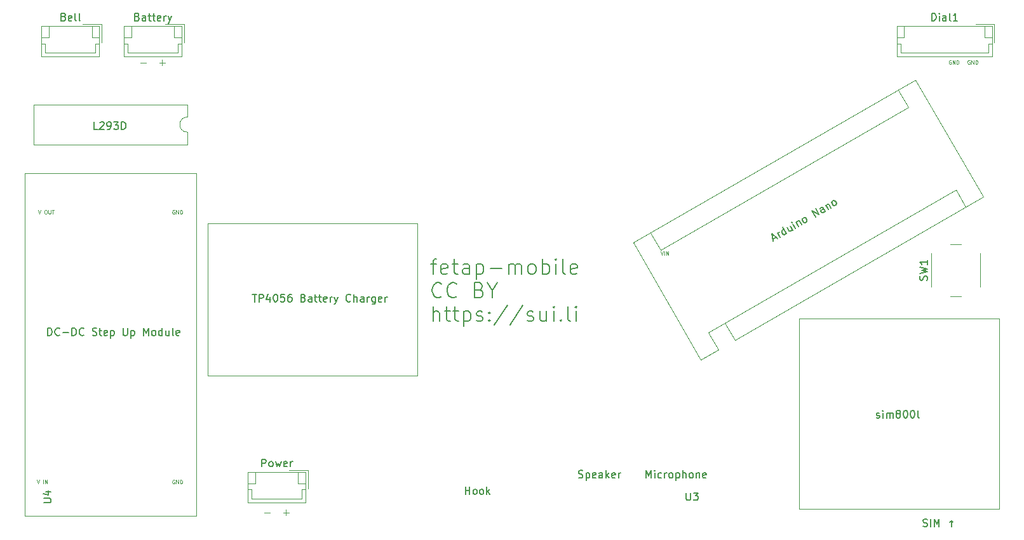
<source format=gbr>
%TF.GenerationSoftware,KiCad,Pcbnew,(5.1.10)-1*%
%TF.CreationDate,2021-05-15T16:46:53+02:00*%
%TF.ProjectId,fetap,66657461-702e-46b6-9963-61645f706362,rev?*%
%TF.SameCoordinates,Original*%
%TF.FileFunction,Legend,Top*%
%TF.FilePolarity,Positive*%
%FSLAX46Y46*%
G04 Gerber Fmt 4.6, Leading zero omitted, Abs format (unit mm)*
G04 Created by KiCad (PCBNEW (5.1.10)-1) date 2021-05-15 16:46:53*
%MOMM*%
%LPD*%
G01*
G04 APERTURE LIST*
%ADD10C,0.150000*%
%ADD11C,0.125000*%
%ADD12C,0.120000*%
G04 APERTURE END LIST*
D10*
X74787976Y-75421428D02*
X75549880Y-75421428D01*
X75073690Y-76754761D02*
X75073690Y-75040476D01*
X75168928Y-74850000D01*
X75359404Y-74754761D01*
X75549880Y-74754761D01*
X76978452Y-76659523D02*
X76787976Y-76754761D01*
X76407023Y-76754761D01*
X76216547Y-76659523D01*
X76121309Y-76469047D01*
X76121309Y-75707142D01*
X76216547Y-75516666D01*
X76407023Y-75421428D01*
X76787976Y-75421428D01*
X76978452Y-75516666D01*
X77073690Y-75707142D01*
X77073690Y-75897619D01*
X76121309Y-76088095D01*
X77645119Y-75421428D02*
X78407023Y-75421428D01*
X77930833Y-74754761D02*
X77930833Y-76469047D01*
X78026071Y-76659523D01*
X78216547Y-76754761D01*
X78407023Y-76754761D01*
X79930833Y-76754761D02*
X79930833Y-75707142D01*
X79835595Y-75516666D01*
X79645119Y-75421428D01*
X79264166Y-75421428D01*
X79073690Y-75516666D01*
X79930833Y-76659523D02*
X79740357Y-76754761D01*
X79264166Y-76754761D01*
X79073690Y-76659523D01*
X78978452Y-76469047D01*
X78978452Y-76278571D01*
X79073690Y-76088095D01*
X79264166Y-75992857D01*
X79740357Y-75992857D01*
X79930833Y-75897619D01*
X80883214Y-75421428D02*
X80883214Y-77421428D01*
X80883214Y-75516666D02*
X81073690Y-75421428D01*
X81454642Y-75421428D01*
X81645119Y-75516666D01*
X81740357Y-75611904D01*
X81835595Y-75802380D01*
X81835595Y-76373809D01*
X81740357Y-76564285D01*
X81645119Y-76659523D01*
X81454642Y-76754761D01*
X81073690Y-76754761D01*
X80883214Y-76659523D01*
X82692738Y-75992857D02*
X84216547Y-75992857D01*
X85168928Y-76754761D02*
X85168928Y-75421428D01*
X85168928Y-75611904D02*
X85264166Y-75516666D01*
X85454642Y-75421428D01*
X85740357Y-75421428D01*
X85930833Y-75516666D01*
X86026071Y-75707142D01*
X86026071Y-76754761D01*
X86026071Y-75707142D02*
X86121309Y-75516666D01*
X86311785Y-75421428D01*
X86597500Y-75421428D01*
X86787976Y-75516666D01*
X86883214Y-75707142D01*
X86883214Y-76754761D01*
X88121309Y-76754761D02*
X87930833Y-76659523D01*
X87835595Y-76564285D01*
X87740357Y-76373809D01*
X87740357Y-75802380D01*
X87835595Y-75611904D01*
X87930833Y-75516666D01*
X88121309Y-75421428D01*
X88407023Y-75421428D01*
X88597500Y-75516666D01*
X88692738Y-75611904D01*
X88787976Y-75802380D01*
X88787976Y-76373809D01*
X88692738Y-76564285D01*
X88597500Y-76659523D01*
X88407023Y-76754761D01*
X88121309Y-76754761D01*
X89645119Y-76754761D02*
X89645119Y-74754761D01*
X89645119Y-75516666D02*
X89835595Y-75421428D01*
X90216547Y-75421428D01*
X90407023Y-75516666D01*
X90502261Y-75611904D01*
X90597500Y-75802380D01*
X90597500Y-76373809D01*
X90502261Y-76564285D01*
X90407023Y-76659523D01*
X90216547Y-76754761D01*
X89835595Y-76754761D01*
X89645119Y-76659523D01*
X91454642Y-76754761D02*
X91454642Y-75421428D01*
X91454642Y-74754761D02*
X91359404Y-74850000D01*
X91454642Y-74945238D01*
X91549880Y-74850000D01*
X91454642Y-74754761D01*
X91454642Y-74945238D01*
X92692738Y-76754761D02*
X92502261Y-76659523D01*
X92407023Y-76469047D01*
X92407023Y-74754761D01*
X94216547Y-76659523D02*
X94026071Y-76754761D01*
X93645119Y-76754761D01*
X93454642Y-76659523D01*
X93359404Y-76469047D01*
X93359404Y-75707142D01*
X93454642Y-75516666D01*
X93645119Y-75421428D01*
X94026071Y-75421428D01*
X94216547Y-75516666D01*
X94311785Y-75707142D01*
X94311785Y-75897619D01*
X93359404Y-76088095D01*
X76216547Y-79714285D02*
X76121309Y-79809523D01*
X75835595Y-79904761D01*
X75645119Y-79904761D01*
X75359404Y-79809523D01*
X75168928Y-79619047D01*
X75073690Y-79428571D01*
X74978452Y-79047619D01*
X74978452Y-78761904D01*
X75073690Y-78380952D01*
X75168928Y-78190476D01*
X75359404Y-78000000D01*
X75645119Y-77904761D01*
X75835595Y-77904761D01*
X76121309Y-78000000D01*
X76216547Y-78095238D01*
X78216547Y-79714285D02*
X78121309Y-79809523D01*
X77835595Y-79904761D01*
X77645119Y-79904761D01*
X77359404Y-79809523D01*
X77168928Y-79619047D01*
X77073690Y-79428571D01*
X76978452Y-79047619D01*
X76978452Y-78761904D01*
X77073690Y-78380952D01*
X77168928Y-78190476D01*
X77359404Y-78000000D01*
X77645119Y-77904761D01*
X77835595Y-77904761D01*
X78121309Y-78000000D01*
X78216547Y-78095238D01*
X81264166Y-78857142D02*
X81549880Y-78952380D01*
X81645119Y-79047619D01*
X81740357Y-79238095D01*
X81740357Y-79523809D01*
X81645119Y-79714285D01*
X81549880Y-79809523D01*
X81359404Y-79904761D01*
X80597500Y-79904761D01*
X80597500Y-77904761D01*
X81264166Y-77904761D01*
X81454642Y-78000000D01*
X81549880Y-78095238D01*
X81645119Y-78285714D01*
X81645119Y-78476190D01*
X81549880Y-78666666D01*
X81454642Y-78761904D01*
X81264166Y-78857142D01*
X80597500Y-78857142D01*
X82978452Y-78952380D02*
X82978452Y-79904761D01*
X82311785Y-77904761D02*
X82978452Y-78952380D01*
X83645119Y-77904761D01*
X75073690Y-83054761D02*
X75073690Y-81054761D01*
X75930833Y-83054761D02*
X75930833Y-82007142D01*
X75835595Y-81816666D01*
X75645119Y-81721428D01*
X75359404Y-81721428D01*
X75168928Y-81816666D01*
X75073690Y-81911904D01*
X76597500Y-81721428D02*
X77359404Y-81721428D01*
X76883214Y-81054761D02*
X76883214Y-82769047D01*
X76978452Y-82959523D01*
X77168928Y-83054761D01*
X77359404Y-83054761D01*
X77740357Y-81721428D02*
X78502261Y-81721428D01*
X78026071Y-81054761D02*
X78026071Y-82769047D01*
X78121309Y-82959523D01*
X78311785Y-83054761D01*
X78502261Y-83054761D01*
X79168928Y-81721428D02*
X79168928Y-83721428D01*
X79168928Y-81816666D02*
X79359404Y-81721428D01*
X79740357Y-81721428D01*
X79930833Y-81816666D01*
X80026071Y-81911904D01*
X80121309Y-82102380D01*
X80121309Y-82673809D01*
X80026071Y-82864285D01*
X79930833Y-82959523D01*
X79740357Y-83054761D01*
X79359404Y-83054761D01*
X79168928Y-82959523D01*
X80883214Y-82959523D02*
X81073690Y-83054761D01*
X81454642Y-83054761D01*
X81645119Y-82959523D01*
X81740357Y-82769047D01*
X81740357Y-82673809D01*
X81645119Y-82483333D01*
X81454642Y-82388095D01*
X81168928Y-82388095D01*
X80978452Y-82292857D01*
X80883214Y-82102380D01*
X80883214Y-82007142D01*
X80978452Y-81816666D01*
X81168928Y-81721428D01*
X81454642Y-81721428D01*
X81645119Y-81816666D01*
X82597500Y-82864285D02*
X82692738Y-82959523D01*
X82597500Y-83054761D01*
X82502261Y-82959523D01*
X82597500Y-82864285D01*
X82597500Y-83054761D01*
X82597500Y-81816666D02*
X82692738Y-81911904D01*
X82597500Y-82007142D01*
X82502261Y-81911904D01*
X82597500Y-81816666D01*
X82597500Y-82007142D01*
X84978452Y-80959523D02*
X83264166Y-83530952D01*
X87073690Y-80959523D02*
X85359404Y-83530952D01*
X87645119Y-82959523D02*
X87835595Y-83054761D01*
X88216547Y-83054761D01*
X88407023Y-82959523D01*
X88502261Y-82769047D01*
X88502261Y-82673809D01*
X88407023Y-82483333D01*
X88216547Y-82388095D01*
X87930833Y-82388095D01*
X87740357Y-82292857D01*
X87645119Y-82102380D01*
X87645119Y-82007142D01*
X87740357Y-81816666D01*
X87930833Y-81721428D01*
X88216547Y-81721428D01*
X88407023Y-81816666D01*
X90216547Y-81721428D02*
X90216547Y-83054761D01*
X89359404Y-81721428D02*
X89359404Y-82769047D01*
X89454642Y-82959523D01*
X89645119Y-83054761D01*
X89930833Y-83054761D01*
X90121309Y-82959523D01*
X90216547Y-82864285D01*
X91168928Y-83054761D02*
X91168928Y-81721428D01*
X91168928Y-81054761D02*
X91073690Y-81150000D01*
X91168928Y-81245238D01*
X91264166Y-81150000D01*
X91168928Y-81054761D01*
X91168928Y-81245238D01*
X92121309Y-82864285D02*
X92216547Y-82959523D01*
X92121309Y-83054761D01*
X92026071Y-82959523D01*
X92121309Y-82864285D01*
X92121309Y-83054761D01*
X93359404Y-83054761D02*
X93168928Y-82959523D01*
X93073690Y-82769047D01*
X93073690Y-81054761D01*
X94121309Y-83054761D02*
X94121309Y-81721428D01*
X94121309Y-81054761D02*
X94026071Y-81150000D01*
X94121309Y-81245238D01*
X94216547Y-81150000D01*
X94121309Y-81054761D01*
X94121309Y-81245238D01*
D11*
X36119047Y-48571428D02*
X36880952Y-48571428D01*
X38619047Y-48571428D02*
X39380952Y-48571428D01*
X39000000Y-48952380D02*
X39000000Y-48190476D01*
X52619047Y-108571428D02*
X53380952Y-108571428D01*
X55119047Y-108571428D02*
X55880952Y-108571428D01*
X55500000Y-108952380D02*
X55500000Y-108190476D01*
X144119047Y-48250000D02*
X144071428Y-48226190D01*
X144000000Y-48226190D01*
X143928571Y-48250000D01*
X143880952Y-48297619D01*
X143857142Y-48345238D01*
X143833333Y-48440476D01*
X143833333Y-48511904D01*
X143857142Y-48607142D01*
X143880952Y-48654761D01*
X143928571Y-48702380D01*
X144000000Y-48726190D01*
X144047619Y-48726190D01*
X144119047Y-48702380D01*
X144142857Y-48678571D01*
X144142857Y-48511904D01*
X144047619Y-48511904D01*
X144357142Y-48726190D02*
X144357142Y-48226190D01*
X144642857Y-48726190D01*
X144642857Y-48226190D01*
X144880952Y-48726190D02*
X144880952Y-48226190D01*
X145000000Y-48226190D01*
X145071428Y-48250000D01*
X145119047Y-48297619D01*
X145142857Y-48345238D01*
X145166666Y-48440476D01*
X145166666Y-48511904D01*
X145142857Y-48607142D01*
X145119047Y-48654761D01*
X145071428Y-48702380D01*
X145000000Y-48726190D01*
X144880952Y-48726190D01*
X146619047Y-48250000D02*
X146571428Y-48226190D01*
X146500000Y-48226190D01*
X146428571Y-48250000D01*
X146380952Y-48297619D01*
X146357142Y-48345238D01*
X146333333Y-48440476D01*
X146333333Y-48511904D01*
X146357142Y-48607142D01*
X146380952Y-48654761D01*
X146428571Y-48702380D01*
X146500000Y-48726190D01*
X146547619Y-48726190D01*
X146619047Y-48702380D01*
X146642857Y-48678571D01*
X146642857Y-48511904D01*
X146547619Y-48511904D01*
X146857142Y-48726190D02*
X146857142Y-48226190D01*
X147142857Y-48726190D01*
X147142857Y-48226190D01*
X147380952Y-48726190D02*
X147380952Y-48226190D01*
X147500000Y-48226190D01*
X147571428Y-48250000D01*
X147619047Y-48297619D01*
X147642857Y-48345238D01*
X147666666Y-48440476D01*
X147666666Y-48511904D01*
X147642857Y-48607142D01*
X147619047Y-48654761D01*
X147571428Y-48702380D01*
X147500000Y-48726190D01*
X147380952Y-48726190D01*
X105452380Y-73726190D02*
X105619047Y-74226190D01*
X105785714Y-73726190D01*
X105952380Y-74226190D02*
X105952380Y-73726190D01*
X106190476Y-74226190D02*
X106190476Y-73726190D01*
X106476190Y-74226190D01*
X106476190Y-73726190D01*
D10*
X30380952Y-57452380D02*
X29904761Y-57452380D01*
X29904761Y-56452380D01*
X30666666Y-56547619D02*
X30714285Y-56500000D01*
X30809523Y-56452380D01*
X31047619Y-56452380D01*
X31142857Y-56500000D01*
X31190476Y-56547619D01*
X31238095Y-56642857D01*
X31238095Y-56738095D01*
X31190476Y-56880952D01*
X30619047Y-57452380D01*
X31238095Y-57452380D01*
X31714285Y-57452380D02*
X31904761Y-57452380D01*
X32000000Y-57404761D01*
X32047619Y-57357142D01*
X32142857Y-57214285D01*
X32190476Y-57023809D01*
X32190476Y-56642857D01*
X32142857Y-56547619D01*
X32095238Y-56500000D01*
X32000000Y-56452380D01*
X31809523Y-56452380D01*
X31714285Y-56500000D01*
X31666666Y-56547619D01*
X31619047Y-56642857D01*
X31619047Y-56880952D01*
X31666666Y-56976190D01*
X31714285Y-57023809D01*
X31809523Y-57071428D01*
X32000000Y-57071428D01*
X32095238Y-57023809D01*
X32142857Y-56976190D01*
X32190476Y-56880952D01*
X32523809Y-56452380D02*
X33142857Y-56452380D01*
X32809523Y-56833333D01*
X32952380Y-56833333D01*
X33047619Y-56880952D01*
X33095238Y-56928571D01*
X33142857Y-57023809D01*
X33142857Y-57261904D01*
X33095238Y-57357142D01*
X33047619Y-57404761D01*
X32952380Y-57452380D01*
X32666666Y-57452380D01*
X32571428Y-57404761D01*
X32523809Y-57357142D01*
X33571428Y-57452380D02*
X33571428Y-56452380D01*
X33809523Y-56452380D01*
X33952380Y-56500000D01*
X34047619Y-56595238D01*
X34095238Y-56690476D01*
X34142857Y-56880952D01*
X34142857Y-57023809D01*
X34095238Y-57214285D01*
X34047619Y-57309523D01*
X33952380Y-57404761D01*
X33809523Y-57452380D01*
X33571428Y-57452380D01*
D11*
X22428571Y-68226190D02*
X22595238Y-68726190D01*
X22761904Y-68226190D01*
X23404761Y-68226190D02*
X23500000Y-68226190D01*
X23547619Y-68250000D01*
X23595238Y-68297619D01*
X23619047Y-68392857D01*
X23619047Y-68559523D01*
X23595238Y-68654761D01*
X23547619Y-68702380D01*
X23500000Y-68726190D01*
X23404761Y-68726190D01*
X23357142Y-68702380D01*
X23309523Y-68654761D01*
X23285714Y-68559523D01*
X23285714Y-68392857D01*
X23309523Y-68297619D01*
X23357142Y-68250000D01*
X23404761Y-68226190D01*
X23833333Y-68226190D02*
X23833333Y-68630952D01*
X23857142Y-68678571D01*
X23880952Y-68702380D01*
X23928571Y-68726190D01*
X24023809Y-68726190D01*
X24071428Y-68702380D01*
X24095238Y-68678571D01*
X24119047Y-68630952D01*
X24119047Y-68226190D01*
X24285714Y-68226190D02*
X24571428Y-68226190D01*
X24428571Y-68726190D02*
X24428571Y-68226190D01*
X22261904Y-104226190D02*
X22428571Y-104726190D01*
X22595238Y-104226190D01*
X23142857Y-104726190D02*
X23142857Y-104226190D01*
X23380952Y-104726190D02*
X23380952Y-104226190D01*
X23666666Y-104726190D01*
X23666666Y-104226190D01*
X40619047Y-104250000D02*
X40571428Y-104226190D01*
X40500000Y-104226190D01*
X40428571Y-104250000D01*
X40380952Y-104297619D01*
X40357142Y-104345238D01*
X40333333Y-104440476D01*
X40333333Y-104511904D01*
X40357142Y-104607142D01*
X40380952Y-104654761D01*
X40428571Y-104702380D01*
X40500000Y-104726190D01*
X40547619Y-104726190D01*
X40619047Y-104702380D01*
X40642857Y-104678571D01*
X40642857Y-104511904D01*
X40547619Y-104511904D01*
X40857142Y-104726190D02*
X40857142Y-104226190D01*
X41142857Y-104726190D01*
X41142857Y-104226190D01*
X41380952Y-104726190D02*
X41380952Y-104226190D01*
X41500000Y-104226190D01*
X41571428Y-104250000D01*
X41619047Y-104297619D01*
X41642857Y-104345238D01*
X41666666Y-104440476D01*
X41666666Y-104511904D01*
X41642857Y-104607142D01*
X41619047Y-104654761D01*
X41571428Y-104702380D01*
X41500000Y-104726190D01*
X41380952Y-104726190D01*
X40619047Y-68250000D02*
X40571428Y-68226190D01*
X40500000Y-68226190D01*
X40428571Y-68250000D01*
X40380952Y-68297619D01*
X40357142Y-68345238D01*
X40333333Y-68440476D01*
X40333333Y-68511904D01*
X40357142Y-68607142D01*
X40380952Y-68654761D01*
X40428571Y-68702380D01*
X40500000Y-68726190D01*
X40547619Y-68726190D01*
X40619047Y-68702380D01*
X40642857Y-68678571D01*
X40642857Y-68511904D01*
X40547619Y-68511904D01*
X40857142Y-68726190D02*
X40857142Y-68226190D01*
X41142857Y-68726190D01*
X41142857Y-68226190D01*
X41380952Y-68726190D02*
X41380952Y-68226190D01*
X41500000Y-68226190D01*
X41571428Y-68250000D01*
X41619047Y-68297619D01*
X41642857Y-68345238D01*
X41666666Y-68440476D01*
X41666666Y-68511904D01*
X41642857Y-68607142D01*
X41619047Y-68654761D01*
X41571428Y-68702380D01*
X41500000Y-68726190D01*
X41380952Y-68726190D01*
D10*
X23738095Y-84952380D02*
X23738095Y-83952380D01*
X23976190Y-83952380D01*
X24119047Y-84000000D01*
X24214285Y-84095238D01*
X24261904Y-84190476D01*
X24309523Y-84380952D01*
X24309523Y-84523809D01*
X24261904Y-84714285D01*
X24214285Y-84809523D01*
X24119047Y-84904761D01*
X23976190Y-84952380D01*
X23738095Y-84952380D01*
X25309523Y-84857142D02*
X25261904Y-84904761D01*
X25119047Y-84952380D01*
X25023809Y-84952380D01*
X24880952Y-84904761D01*
X24785714Y-84809523D01*
X24738095Y-84714285D01*
X24690476Y-84523809D01*
X24690476Y-84380952D01*
X24738095Y-84190476D01*
X24785714Y-84095238D01*
X24880952Y-84000000D01*
X25023809Y-83952380D01*
X25119047Y-83952380D01*
X25261904Y-84000000D01*
X25309523Y-84047619D01*
X25738095Y-84571428D02*
X26500000Y-84571428D01*
X26976190Y-84952380D02*
X26976190Y-83952380D01*
X27214285Y-83952380D01*
X27357142Y-84000000D01*
X27452380Y-84095238D01*
X27500000Y-84190476D01*
X27547619Y-84380952D01*
X27547619Y-84523809D01*
X27500000Y-84714285D01*
X27452380Y-84809523D01*
X27357142Y-84904761D01*
X27214285Y-84952380D01*
X26976190Y-84952380D01*
X28547619Y-84857142D02*
X28500000Y-84904761D01*
X28357142Y-84952380D01*
X28261904Y-84952380D01*
X28119047Y-84904761D01*
X28023809Y-84809523D01*
X27976190Y-84714285D01*
X27928571Y-84523809D01*
X27928571Y-84380952D01*
X27976190Y-84190476D01*
X28023809Y-84095238D01*
X28119047Y-84000000D01*
X28261904Y-83952380D01*
X28357142Y-83952380D01*
X28500000Y-84000000D01*
X28547619Y-84047619D01*
X29690476Y-84904761D02*
X29833333Y-84952380D01*
X30071428Y-84952380D01*
X30166666Y-84904761D01*
X30214285Y-84857142D01*
X30261904Y-84761904D01*
X30261904Y-84666666D01*
X30214285Y-84571428D01*
X30166666Y-84523809D01*
X30071428Y-84476190D01*
X29880952Y-84428571D01*
X29785714Y-84380952D01*
X29738095Y-84333333D01*
X29690476Y-84238095D01*
X29690476Y-84142857D01*
X29738095Y-84047619D01*
X29785714Y-84000000D01*
X29880952Y-83952380D01*
X30119047Y-83952380D01*
X30261904Y-84000000D01*
X30547619Y-84285714D02*
X30928571Y-84285714D01*
X30690476Y-83952380D02*
X30690476Y-84809523D01*
X30738095Y-84904761D01*
X30833333Y-84952380D01*
X30928571Y-84952380D01*
X31642857Y-84904761D02*
X31547619Y-84952380D01*
X31357142Y-84952380D01*
X31261904Y-84904761D01*
X31214285Y-84809523D01*
X31214285Y-84428571D01*
X31261904Y-84333333D01*
X31357142Y-84285714D01*
X31547619Y-84285714D01*
X31642857Y-84333333D01*
X31690476Y-84428571D01*
X31690476Y-84523809D01*
X31214285Y-84619047D01*
X32119047Y-84285714D02*
X32119047Y-85285714D01*
X32119047Y-84333333D02*
X32214285Y-84285714D01*
X32404761Y-84285714D01*
X32500000Y-84333333D01*
X32547619Y-84380952D01*
X32595238Y-84476190D01*
X32595238Y-84761904D01*
X32547619Y-84857142D01*
X32500000Y-84904761D01*
X32404761Y-84952380D01*
X32214285Y-84952380D01*
X32119047Y-84904761D01*
X33785714Y-83952380D02*
X33785714Y-84761904D01*
X33833333Y-84857142D01*
X33880952Y-84904761D01*
X33976190Y-84952380D01*
X34166666Y-84952380D01*
X34261904Y-84904761D01*
X34309523Y-84857142D01*
X34357142Y-84761904D01*
X34357142Y-83952380D01*
X34833333Y-84285714D02*
X34833333Y-85285714D01*
X34833333Y-84333333D02*
X34928571Y-84285714D01*
X35119047Y-84285714D01*
X35214285Y-84333333D01*
X35261904Y-84380952D01*
X35309523Y-84476190D01*
X35309523Y-84761904D01*
X35261904Y-84857142D01*
X35214285Y-84904761D01*
X35119047Y-84952380D01*
X34928571Y-84952380D01*
X34833333Y-84904761D01*
X36500000Y-84952380D02*
X36500000Y-83952380D01*
X36833333Y-84666666D01*
X37166666Y-83952380D01*
X37166666Y-84952380D01*
X37785714Y-84952380D02*
X37690476Y-84904761D01*
X37642857Y-84857142D01*
X37595238Y-84761904D01*
X37595238Y-84476190D01*
X37642857Y-84380952D01*
X37690476Y-84333333D01*
X37785714Y-84285714D01*
X37928571Y-84285714D01*
X38023809Y-84333333D01*
X38071428Y-84380952D01*
X38119047Y-84476190D01*
X38119047Y-84761904D01*
X38071428Y-84857142D01*
X38023809Y-84904761D01*
X37928571Y-84952380D01*
X37785714Y-84952380D01*
X38976190Y-84952380D02*
X38976190Y-83952380D01*
X38976190Y-84904761D02*
X38880952Y-84952380D01*
X38690476Y-84952380D01*
X38595238Y-84904761D01*
X38547619Y-84857142D01*
X38500000Y-84761904D01*
X38500000Y-84476190D01*
X38547619Y-84380952D01*
X38595238Y-84333333D01*
X38690476Y-84285714D01*
X38880952Y-84285714D01*
X38976190Y-84333333D01*
X39880952Y-84285714D02*
X39880952Y-84952380D01*
X39452380Y-84285714D02*
X39452380Y-84809523D01*
X39500000Y-84904761D01*
X39595238Y-84952380D01*
X39738095Y-84952380D01*
X39833333Y-84904761D01*
X39880952Y-84857142D01*
X40500000Y-84952380D02*
X40404761Y-84904761D01*
X40357142Y-84809523D01*
X40357142Y-83952380D01*
X41261904Y-84904761D02*
X41166666Y-84952380D01*
X40976190Y-84952380D01*
X40880952Y-84904761D01*
X40833333Y-84809523D01*
X40833333Y-84428571D01*
X40880952Y-84333333D01*
X40976190Y-84285714D01*
X41166666Y-84285714D01*
X41261904Y-84333333D01*
X41309523Y-84428571D01*
X41309523Y-84523809D01*
X40833333Y-84619047D01*
X140404761Y-110404761D02*
X140547619Y-110452380D01*
X140785714Y-110452380D01*
X140880952Y-110404761D01*
X140928571Y-110357142D01*
X140976190Y-110261904D01*
X140976190Y-110166666D01*
X140928571Y-110071428D01*
X140880952Y-110023809D01*
X140785714Y-109976190D01*
X140595238Y-109928571D01*
X140500000Y-109880952D01*
X140452380Y-109833333D01*
X140404761Y-109738095D01*
X140404761Y-109642857D01*
X140452380Y-109547619D01*
X140500000Y-109500000D01*
X140595238Y-109452380D01*
X140833333Y-109452380D01*
X140976190Y-109500000D01*
X141404761Y-110452380D02*
X141404761Y-109452380D01*
X141880952Y-110452380D02*
X141880952Y-109452380D01*
X142214285Y-110166666D01*
X142547619Y-109452380D01*
X142547619Y-110452380D01*
X144166666Y-110452380D02*
X144166666Y-109690476D01*
X143976190Y-109880952D02*
X144166666Y-109690476D01*
X144357142Y-109880952D01*
X94476190Y-103904761D02*
X94619047Y-103952380D01*
X94857142Y-103952380D01*
X94952380Y-103904761D01*
X95000000Y-103857142D01*
X95047619Y-103761904D01*
X95047619Y-103666666D01*
X95000000Y-103571428D01*
X94952380Y-103523809D01*
X94857142Y-103476190D01*
X94666666Y-103428571D01*
X94571428Y-103380952D01*
X94523809Y-103333333D01*
X94476190Y-103238095D01*
X94476190Y-103142857D01*
X94523809Y-103047619D01*
X94571428Y-103000000D01*
X94666666Y-102952380D01*
X94904761Y-102952380D01*
X95047619Y-103000000D01*
X95476190Y-103285714D02*
X95476190Y-104285714D01*
X95476190Y-103333333D02*
X95571428Y-103285714D01*
X95761904Y-103285714D01*
X95857142Y-103333333D01*
X95904761Y-103380952D01*
X95952380Y-103476190D01*
X95952380Y-103761904D01*
X95904761Y-103857142D01*
X95857142Y-103904761D01*
X95761904Y-103952380D01*
X95571428Y-103952380D01*
X95476190Y-103904761D01*
X96761904Y-103904761D02*
X96666666Y-103952380D01*
X96476190Y-103952380D01*
X96380952Y-103904761D01*
X96333333Y-103809523D01*
X96333333Y-103428571D01*
X96380952Y-103333333D01*
X96476190Y-103285714D01*
X96666666Y-103285714D01*
X96761904Y-103333333D01*
X96809523Y-103428571D01*
X96809523Y-103523809D01*
X96333333Y-103619047D01*
X97666666Y-103952380D02*
X97666666Y-103428571D01*
X97619047Y-103333333D01*
X97523809Y-103285714D01*
X97333333Y-103285714D01*
X97238095Y-103333333D01*
X97666666Y-103904761D02*
X97571428Y-103952380D01*
X97333333Y-103952380D01*
X97238095Y-103904761D01*
X97190476Y-103809523D01*
X97190476Y-103714285D01*
X97238095Y-103619047D01*
X97333333Y-103571428D01*
X97571428Y-103571428D01*
X97666666Y-103523809D01*
X98142857Y-103952380D02*
X98142857Y-102952380D01*
X98238095Y-103571428D02*
X98523809Y-103952380D01*
X98523809Y-103285714D02*
X98142857Y-103666666D01*
X99333333Y-103904761D02*
X99238095Y-103952380D01*
X99047619Y-103952380D01*
X98952380Y-103904761D01*
X98904761Y-103809523D01*
X98904761Y-103428571D01*
X98952380Y-103333333D01*
X99047619Y-103285714D01*
X99238095Y-103285714D01*
X99333333Y-103333333D01*
X99380952Y-103428571D01*
X99380952Y-103523809D01*
X98904761Y-103619047D01*
X99809523Y-103952380D02*
X99809523Y-103285714D01*
X99809523Y-103476190D02*
X99857142Y-103380952D01*
X99904761Y-103333333D01*
X100000000Y-103285714D01*
X100095238Y-103285714D01*
X103476190Y-103952380D02*
X103476190Y-102952380D01*
X103809523Y-103666666D01*
X104142857Y-102952380D01*
X104142857Y-103952380D01*
X104619047Y-103952380D02*
X104619047Y-103285714D01*
X104619047Y-102952380D02*
X104571428Y-103000000D01*
X104619047Y-103047619D01*
X104666666Y-103000000D01*
X104619047Y-102952380D01*
X104619047Y-103047619D01*
X105523809Y-103904761D02*
X105428571Y-103952380D01*
X105238095Y-103952380D01*
X105142857Y-103904761D01*
X105095238Y-103857142D01*
X105047619Y-103761904D01*
X105047619Y-103476190D01*
X105095238Y-103380952D01*
X105142857Y-103333333D01*
X105238095Y-103285714D01*
X105428571Y-103285714D01*
X105523809Y-103333333D01*
X105952380Y-103952380D02*
X105952380Y-103285714D01*
X105952380Y-103476190D02*
X106000000Y-103380952D01*
X106047619Y-103333333D01*
X106142857Y-103285714D01*
X106238095Y-103285714D01*
X106714285Y-103952380D02*
X106619047Y-103904761D01*
X106571428Y-103857142D01*
X106523809Y-103761904D01*
X106523809Y-103476190D01*
X106571428Y-103380952D01*
X106619047Y-103333333D01*
X106714285Y-103285714D01*
X106857142Y-103285714D01*
X106952380Y-103333333D01*
X107000000Y-103380952D01*
X107047619Y-103476190D01*
X107047619Y-103761904D01*
X107000000Y-103857142D01*
X106952380Y-103904761D01*
X106857142Y-103952380D01*
X106714285Y-103952380D01*
X107476190Y-103285714D02*
X107476190Y-104285714D01*
X107476190Y-103333333D02*
X107571428Y-103285714D01*
X107761904Y-103285714D01*
X107857142Y-103333333D01*
X107904761Y-103380952D01*
X107952380Y-103476190D01*
X107952380Y-103761904D01*
X107904761Y-103857142D01*
X107857142Y-103904761D01*
X107761904Y-103952380D01*
X107571428Y-103952380D01*
X107476190Y-103904761D01*
X108380952Y-103952380D02*
X108380952Y-102952380D01*
X108809523Y-103952380D02*
X108809523Y-103428571D01*
X108761904Y-103333333D01*
X108666666Y-103285714D01*
X108523809Y-103285714D01*
X108428571Y-103333333D01*
X108380952Y-103380952D01*
X109428571Y-103952380D02*
X109333333Y-103904761D01*
X109285714Y-103857142D01*
X109238095Y-103761904D01*
X109238095Y-103476190D01*
X109285714Y-103380952D01*
X109333333Y-103333333D01*
X109428571Y-103285714D01*
X109571428Y-103285714D01*
X109666666Y-103333333D01*
X109714285Y-103380952D01*
X109761904Y-103476190D01*
X109761904Y-103761904D01*
X109714285Y-103857142D01*
X109666666Y-103904761D01*
X109571428Y-103952380D01*
X109428571Y-103952380D01*
X110190476Y-103285714D02*
X110190476Y-103952380D01*
X110190476Y-103380952D02*
X110238095Y-103333333D01*
X110333333Y-103285714D01*
X110476190Y-103285714D01*
X110571428Y-103333333D01*
X110619047Y-103428571D01*
X110619047Y-103952380D01*
X111476190Y-103904761D02*
X111380952Y-103952380D01*
X111190476Y-103952380D01*
X111095238Y-103904761D01*
X111047619Y-103809523D01*
X111047619Y-103428571D01*
X111095238Y-103333333D01*
X111190476Y-103285714D01*
X111380952Y-103285714D01*
X111476190Y-103333333D01*
X111523809Y-103428571D01*
X111523809Y-103523809D01*
X111047619Y-103619047D01*
D12*
%TO.C,SW1*%
X148000000Y-78500000D02*
X148000000Y-74000000D01*
X144000000Y-79750000D02*
X145500000Y-79750000D01*
X141500000Y-74000000D02*
X141500000Y-78500000D01*
X145500000Y-72750000D02*
X144000000Y-72750000D01*
%TO.C,Arduino Nano*%
X113964852Y-83265148D02*
X111765148Y-84535148D01*
X111765148Y-84535148D02*
X113100148Y-86847436D01*
X115299852Y-85577436D02*
X148408003Y-66462436D01*
X110787860Y-88182436D02*
X113100148Y-86847436D01*
X105415148Y-73536625D02*
X104080148Y-71224337D01*
X105415148Y-73536625D02*
X138410716Y-54486625D01*
X138410716Y-54486625D02*
X137075716Y-52174337D01*
X113964852Y-83265148D02*
X115299852Y-85577436D01*
X113964852Y-83265148D02*
X144760716Y-65485148D01*
X144760716Y-65485148D02*
X146095716Y-67797436D01*
X148408003Y-66462436D02*
X139388003Y-50839337D01*
X139388003Y-50839337D02*
X101767860Y-72559337D01*
X101767860Y-72559337D02*
X110787860Y-88182436D01*
%TO.C,Dial1*%
X149910000Y-43390000D02*
X147410000Y-43390000D01*
X149910000Y-45890000D02*
X149910000Y-43390000D01*
X137890000Y-45190000D02*
X137890000Y-43690000D01*
X136890000Y-45190000D02*
X137890000Y-45190000D01*
X148610000Y-45190000D02*
X148610000Y-43690000D01*
X149610000Y-45190000D02*
X148610000Y-45190000D01*
X137390000Y-46000000D02*
X136890000Y-46000000D01*
X137390000Y-47210000D02*
X137390000Y-46000000D01*
X149110000Y-47210000D02*
X137390000Y-47210000D01*
X149110000Y-46000000D02*
X149110000Y-47210000D01*
X149610000Y-46000000D02*
X149110000Y-46000000D01*
X136890000Y-47710000D02*
X149610000Y-47710000D01*
X136890000Y-43690000D02*
X136890000Y-47710000D01*
X149610000Y-43690000D02*
X136890000Y-43690000D01*
X149610000Y-47710000D02*
X149610000Y-43690000D01*
%TO.C,TP4056 Battery Charger*%
X72960000Y-90280000D02*
X72960000Y-69960000D01*
X45020000Y-90280000D02*
X72960000Y-90280000D01*
X45020000Y-69960000D02*
X45020000Y-90280000D01*
X72960000Y-69960000D02*
X45020000Y-69960000D01*
%TO.C,Battery*%
X41910000Y-43390000D02*
X39410000Y-43390000D01*
X41910000Y-45890000D02*
X41910000Y-43390000D01*
X34890000Y-45190000D02*
X34890000Y-43690000D01*
X33890000Y-45190000D02*
X34890000Y-45190000D01*
X40610000Y-45190000D02*
X40610000Y-43690000D01*
X41610000Y-45190000D02*
X40610000Y-45190000D01*
X34390000Y-46000000D02*
X33890000Y-46000000D01*
X34390000Y-47210000D02*
X34390000Y-46000000D01*
X41110000Y-47210000D02*
X34390000Y-47210000D01*
X41110000Y-46000000D02*
X41110000Y-47210000D01*
X41610000Y-46000000D02*
X41110000Y-46000000D01*
X33890000Y-47710000D02*
X41610000Y-47710000D01*
X33890000Y-43690000D02*
X33890000Y-47710000D01*
X41610000Y-43690000D02*
X33890000Y-43690000D01*
X41610000Y-47710000D02*
X41610000Y-43690000D01*
%TO.C,Power*%
X58410000Y-102890000D02*
X55910000Y-102890000D01*
X58410000Y-105390000D02*
X58410000Y-102890000D01*
X51390000Y-104690000D02*
X51390000Y-103190000D01*
X50390000Y-104690000D02*
X51390000Y-104690000D01*
X57110000Y-104690000D02*
X57110000Y-103190000D01*
X58110000Y-104690000D02*
X57110000Y-104690000D01*
X50890000Y-105500000D02*
X50390000Y-105500000D01*
X50890000Y-106710000D02*
X50890000Y-105500000D01*
X57610000Y-106710000D02*
X50890000Y-106710000D01*
X57610000Y-105500000D02*
X57610000Y-106710000D01*
X58110000Y-105500000D02*
X57610000Y-105500000D01*
X50390000Y-107210000D02*
X58110000Y-107210000D01*
X50390000Y-103190000D02*
X50390000Y-107210000D01*
X58110000Y-103190000D02*
X50390000Y-103190000D01*
X58110000Y-107210000D02*
X58110000Y-103190000D01*
%TO.C,U4*%
X43540000Y-63320000D02*
X43540000Y-109040000D01*
X20680000Y-63320000D02*
X43540000Y-63320000D01*
X20680000Y-109040000D02*
X20680000Y-63320000D01*
X43540000Y-109040000D02*
X20680000Y-109040000D01*
%TO.C,sim800l*%
X150540000Y-85230000D02*
X150540000Y-82690000D01*
X123870000Y-82690000D02*
X150540000Y-82690000D01*
X123870000Y-108090000D02*
X123870000Y-82690000D01*
X150540000Y-108090000D02*
X123870000Y-108090000D01*
X150540000Y-85230000D02*
X150540000Y-108090000D01*
%TO.C,Bell*%
X30910000Y-43390000D02*
X28410000Y-43390000D01*
X30910000Y-45890000D02*
X30910000Y-43390000D01*
X23890000Y-45190000D02*
X23890000Y-43690000D01*
X22890000Y-45190000D02*
X23890000Y-45190000D01*
X29610000Y-45190000D02*
X29610000Y-43690000D01*
X30610000Y-45190000D02*
X29610000Y-45190000D01*
X23390000Y-46000000D02*
X22890000Y-46000000D01*
X23390000Y-47210000D02*
X23390000Y-46000000D01*
X30110000Y-47210000D02*
X23390000Y-47210000D01*
X30110000Y-46000000D02*
X30110000Y-47210000D01*
X30610000Y-46000000D02*
X30110000Y-46000000D01*
X22890000Y-47710000D02*
X30610000Y-47710000D01*
X22890000Y-43690000D02*
X22890000Y-47710000D01*
X30610000Y-43690000D02*
X22890000Y-43690000D01*
X30610000Y-47710000D02*
X30610000Y-43690000D01*
%TO.C,U2*%
X42330000Y-59460000D02*
X42330000Y-57810000D01*
X21890000Y-59460000D02*
X42330000Y-59460000D01*
X21890000Y-54160000D02*
X21890000Y-59460000D01*
X42330000Y-54160000D02*
X21890000Y-54160000D01*
X42330000Y-55810000D02*
X42330000Y-54160000D01*
X42330000Y-57810000D02*
G75*
G02*
X42330000Y-55810000I0J1000000D01*
G01*
%TO.C,SW1*%
D10*
X140904761Y-77583333D02*
X140952380Y-77440476D01*
X140952380Y-77202380D01*
X140904761Y-77107142D01*
X140857142Y-77059523D01*
X140761904Y-77011904D01*
X140666666Y-77011904D01*
X140571428Y-77059523D01*
X140523809Y-77107142D01*
X140476190Y-77202380D01*
X140428571Y-77392857D01*
X140380952Y-77488095D01*
X140333333Y-77535714D01*
X140238095Y-77583333D01*
X140142857Y-77583333D01*
X140047619Y-77535714D01*
X140000000Y-77488095D01*
X139952380Y-77392857D01*
X139952380Y-77154761D01*
X140000000Y-77011904D01*
X139952380Y-76678571D02*
X140952380Y-76440476D01*
X140238095Y-76250000D01*
X140952380Y-76059523D01*
X139952380Y-75821428D01*
X140952380Y-74916666D02*
X140952380Y-75488095D01*
X140952380Y-75202380D02*
X139952380Y-75202380D01*
X140095238Y-75297619D01*
X140190476Y-75392857D01*
X140238095Y-75488095D01*
%TO.C,Arduino Nano*%
X120376923Y-72072908D02*
X120789316Y-71834813D01*
X120437301Y-72367963D02*
X120225976Y-71335271D01*
X121014652Y-72034630D01*
X121303327Y-71867963D02*
X120969993Y-71290613D01*
X121065231Y-71455570D02*
X121058852Y-71349282D01*
X121076281Y-71284233D01*
X121134951Y-71195375D01*
X121217429Y-71147756D01*
X122210591Y-71344154D02*
X121710591Y-70478128D01*
X122186782Y-71302915D02*
X122128113Y-71391773D01*
X121963156Y-71487011D01*
X121856867Y-71493391D01*
X121791819Y-71475961D01*
X121702960Y-71417292D01*
X121560103Y-71169856D01*
X121553723Y-71063568D01*
X121571153Y-70998519D01*
X121629822Y-70909661D01*
X121794779Y-70814423D01*
X121901068Y-70808043D01*
X122660805Y-70314423D02*
X122994138Y-70891773D01*
X122289651Y-70528708D02*
X122551556Y-70982341D01*
X122640414Y-71041010D01*
X122746702Y-71034630D01*
X122870420Y-70963201D01*
X122929089Y-70874343D01*
X122946519Y-70809294D01*
X123406531Y-70653678D02*
X123073198Y-70076327D01*
X122906531Y-69787652D02*
X122889101Y-69852701D01*
X122954150Y-69870131D01*
X122971580Y-69805082D01*
X122906531Y-69787652D01*
X122954150Y-69870131D01*
X123485591Y-69838232D02*
X123818924Y-70415582D01*
X123533210Y-69920711D02*
X123550640Y-69855662D01*
X123609309Y-69766804D01*
X123733027Y-69695375D01*
X123839315Y-69688995D01*
X123928173Y-69747664D01*
X124190078Y-70201297D01*
X124726189Y-69891773D02*
X124619901Y-69898153D01*
X124554852Y-69880723D01*
X124465994Y-69822054D01*
X124323137Y-69574618D01*
X124316757Y-69468330D01*
X124334187Y-69403281D01*
X124392856Y-69314423D01*
X124516574Y-69242994D01*
X124622862Y-69236614D01*
X124687911Y-69254044D01*
X124776769Y-69312713D01*
X124919626Y-69560149D01*
X124926006Y-69666437D01*
X124908576Y-69731486D01*
X124849907Y-69820344D01*
X124726189Y-69891773D01*
X126045847Y-69129868D02*
X125545847Y-68263843D01*
X126540718Y-68844154D01*
X126040718Y-67978128D01*
X127324265Y-68391773D02*
X127062360Y-67938141D01*
X126973502Y-67879471D01*
X126867214Y-67885851D01*
X126702257Y-67981089D01*
X126643588Y-68069948D01*
X127300456Y-68350534D02*
X127241787Y-68439392D01*
X127035590Y-68558440D01*
X126929302Y-68564819D01*
X126840444Y-68506150D01*
X126792825Y-68423672D01*
X126786445Y-68317383D01*
X126845114Y-68228525D01*
X127051310Y-68109478D01*
X127109979Y-68020619D01*
X127403325Y-67576327D02*
X127736658Y-68153678D01*
X127450944Y-67658806D02*
X127468374Y-67593757D01*
X127527043Y-67504899D01*
X127650761Y-67433470D01*
X127757049Y-67427091D01*
X127845907Y-67485760D01*
X128107812Y-67939392D01*
X128643923Y-67629868D02*
X128537635Y-67636248D01*
X128472586Y-67618818D01*
X128383728Y-67560149D01*
X128240870Y-67312713D01*
X128234491Y-67206425D01*
X128251921Y-67141376D01*
X128310590Y-67052518D01*
X128434308Y-66981089D01*
X128540596Y-66974710D01*
X128605644Y-66992139D01*
X128694503Y-67050808D01*
X128837360Y-67298244D01*
X128843740Y-67404532D01*
X128826310Y-67469581D01*
X128767641Y-67558440D01*
X128643923Y-67629868D01*
%TO.C,Dial1*%
X141559523Y-42952380D02*
X141559523Y-41952380D01*
X141797619Y-41952380D01*
X141940476Y-42000000D01*
X142035714Y-42095238D01*
X142083333Y-42190476D01*
X142130952Y-42380952D01*
X142130952Y-42523809D01*
X142083333Y-42714285D01*
X142035714Y-42809523D01*
X141940476Y-42904761D01*
X141797619Y-42952380D01*
X141559523Y-42952380D01*
X142559523Y-42952380D02*
X142559523Y-42285714D01*
X142559523Y-41952380D02*
X142511904Y-42000000D01*
X142559523Y-42047619D01*
X142607142Y-42000000D01*
X142559523Y-41952380D01*
X142559523Y-42047619D01*
X143464285Y-42952380D02*
X143464285Y-42428571D01*
X143416666Y-42333333D01*
X143321428Y-42285714D01*
X143130952Y-42285714D01*
X143035714Y-42333333D01*
X143464285Y-42904761D02*
X143369047Y-42952380D01*
X143130952Y-42952380D01*
X143035714Y-42904761D01*
X142988095Y-42809523D01*
X142988095Y-42714285D01*
X143035714Y-42619047D01*
X143130952Y-42571428D01*
X143369047Y-42571428D01*
X143464285Y-42523809D01*
X144083333Y-42952380D02*
X143988095Y-42904761D01*
X143940476Y-42809523D01*
X143940476Y-41952380D01*
X144988095Y-42952380D02*
X144416666Y-42952380D01*
X144702380Y-42952380D02*
X144702380Y-41952380D01*
X144607142Y-42095238D01*
X144511904Y-42190476D01*
X144416666Y-42238095D01*
%TO.C,TP4056 Battery Charger*%
X51000000Y-79452380D02*
X51571428Y-79452380D01*
X51285714Y-80452380D02*
X51285714Y-79452380D01*
X51904761Y-80452380D02*
X51904761Y-79452380D01*
X52285714Y-79452380D01*
X52380952Y-79500000D01*
X52428571Y-79547619D01*
X52476190Y-79642857D01*
X52476190Y-79785714D01*
X52428571Y-79880952D01*
X52380952Y-79928571D01*
X52285714Y-79976190D01*
X51904761Y-79976190D01*
X53333333Y-79785714D02*
X53333333Y-80452380D01*
X53095238Y-79404761D02*
X52857142Y-80119047D01*
X53476190Y-80119047D01*
X54047619Y-79452380D02*
X54142857Y-79452380D01*
X54238095Y-79500000D01*
X54285714Y-79547619D01*
X54333333Y-79642857D01*
X54380952Y-79833333D01*
X54380952Y-80071428D01*
X54333333Y-80261904D01*
X54285714Y-80357142D01*
X54238095Y-80404761D01*
X54142857Y-80452380D01*
X54047619Y-80452380D01*
X53952380Y-80404761D01*
X53904761Y-80357142D01*
X53857142Y-80261904D01*
X53809523Y-80071428D01*
X53809523Y-79833333D01*
X53857142Y-79642857D01*
X53904761Y-79547619D01*
X53952380Y-79500000D01*
X54047619Y-79452380D01*
X55285714Y-79452380D02*
X54809523Y-79452380D01*
X54761904Y-79928571D01*
X54809523Y-79880952D01*
X54904761Y-79833333D01*
X55142857Y-79833333D01*
X55238095Y-79880952D01*
X55285714Y-79928571D01*
X55333333Y-80023809D01*
X55333333Y-80261904D01*
X55285714Y-80357142D01*
X55238095Y-80404761D01*
X55142857Y-80452380D01*
X54904761Y-80452380D01*
X54809523Y-80404761D01*
X54761904Y-80357142D01*
X56190476Y-79452380D02*
X56000000Y-79452380D01*
X55904761Y-79500000D01*
X55857142Y-79547619D01*
X55761904Y-79690476D01*
X55714285Y-79880952D01*
X55714285Y-80261904D01*
X55761904Y-80357142D01*
X55809523Y-80404761D01*
X55904761Y-80452380D01*
X56095238Y-80452380D01*
X56190476Y-80404761D01*
X56238095Y-80357142D01*
X56285714Y-80261904D01*
X56285714Y-80023809D01*
X56238095Y-79928571D01*
X56190476Y-79880952D01*
X56095238Y-79833333D01*
X55904761Y-79833333D01*
X55809523Y-79880952D01*
X55761904Y-79928571D01*
X55714285Y-80023809D01*
X57809523Y-79928571D02*
X57952380Y-79976190D01*
X58000000Y-80023809D01*
X58047619Y-80119047D01*
X58047619Y-80261904D01*
X58000000Y-80357142D01*
X57952380Y-80404761D01*
X57857142Y-80452380D01*
X57476190Y-80452380D01*
X57476190Y-79452380D01*
X57809523Y-79452380D01*
X57904761Y-79500000D01*
X57952380Y-79547619D01*
X58000000Y-79642857D01*
X58000000Y-79738095D01*
X57952380Y-79833333D01*
X57904761Y-79880952D01*
X57809523Y-79928571D01*
X57476190Y-79928571D01*
X58904761Y-80452380D02*
X58904761Y-79928571D01*
X58857142Y-79833333D01*
X58761904Y-79785714D01*
X58571428Y-79785714D01*
X58476190Y-79833333D01*
X58904761Y-80404761D02*
X58809523Y-80452380D01*
X58571428Y-80452380D01*
X58476190Y-80404761D01*
X58428571Y-80309523D01*
X58428571Y-80214285D01*
X58476190Y-80119047D01*
X58571428Y-80071428D01*
X58809523Y-80071428D01*
X58904761Y-80023809D01*
X59238095Y-79785714D02*
X59619047Y-79785714D01*
X59380952Y-79452380D02*
X59380952Y-80309523D01*
X59428571Y-80404761D01*
X59523809Y-80452380D01*
X59619047Y-80452380D01*
X59809523Y-79785714D02*
X60190476Y-79785714D01*
X59952380Y-79452380D02*
X59952380Y-80309523D01*
X60000000Y-80404761D01*
X60095238Y-80452380D01*
X60190476Y-80452380D01*
X60904761Y-80404761D02*
X60809523Y-80452380D01*
X60619047Y-80452380D01*
X60523809Y-80404761D01*
X60476190Y-80309523D01*
X60476190Y-79928571D01*
X60523809Y-79833333D01*
X60619047Y-79785714D01*
X60809523Y-79785714D01*
X60904761Y-79833333D01*
X60952380Y-79928571D01*
X60952380Y-80023809D01*
X60476190Y-80119047D01*
X61380952Y-80452380D02*
X61380952Y-79785714D01*
X61380952Y-79976190D02*
X61428571Y-79880952D01*
X61476190Y-79833333D01*
X61571428Y-79785714D01*
X61666666Y-79785714D01*
X61904761Y-79785714D02*
X62142857Y-80452380D01*
X62380952Y-79785714D02*
X62142857Y-80452380D01*
X62047619Y-80690476D01*
X62000000Y-80738095D01*
X61904761Y-80785714D01*
X64095238Y-80357142D02*
X64047619Y-80404761D01*
X63904761Y-80452380D01*
X63809523Y-80452380D01*
X63666666Y-80404761D01*
X63571428Y-80309523D01*
X63523809Y-80214285D01*
X63476190Y-80023809D01*
X63476190Y-79880952D01*
X63523809Y-79690476D01*
X63571428Y-79595238D01*
X63666666Y-79500000D01*
X63809523Y-79452380D01*
X63904761Y-79452380D01*
X64047619Y-79500000D01*
X64095238Y-79547619D01*
X64523809Y-80452380D02*
X64523809Y-79452380D01*
X64952380Y-80452380D02*
X64952380Y-79928571D01*
X64904761Y-79833333D01*
X64809523Y-79785714D01*
X64666666Y-79785714D01*
X64571428Y-79833333D01*
X64523809Y-79880952D01*
X65857142Y-80452380D02*
X65857142Y-79928571D01*
X65809523Y-79833333D01*
X65714285Y-79785714D01*
X65523809Y-79785714D01*
X65428571Y-79833333D01*
X65857142Y-80404761D02*
X65761904Y-80452380D01*
X65523809Y-80452380D01*
X65428571Y-80404761D01*
X65380952Y-80309523D01*
X65380952Y-80214285D01*
X65428571Y-80119047D01*
X65523809Y-80071428D01*
X65761904Y-80071428D01*
X65857142Y-80023809D01*
X66333333Y-80452380D02*
X66333333Y-79785714D01*
X66333333Y-79976190D02*
X66380952Y-79880952D01*
X66428571Y-79833333D01*
X66523809Y-79785714D01*
X66619047Y-79785714D01*
X67380952Y-79785714D02*
X67380952Y-80595238D01*
X67333333Y-80690476D01*
X67285714Y-80738095D01*
X67190476Y-80785714D01*
X67047619Y-80785714D01*
X66952380Y-80738095D01*
X67380952Y-80404761D02*
X67285714Y-80452380D01*
X67095238Y-80452380D01*
X67000000Y-80404761D01*
X66952380Y-80357142D01*
X66904761Y-80261904D01*
X66904761Y-79976190D01*
X66952380Y-79880952D01*
X67000000Y-79833333D01*
X67095238Y-79785714D01*
X67285714Y-79785714D01*
X67380952Y-79833333D01*
X68238095Y-80404761D02*
X68142857Y-80452380D01*
X67952380Y-80452380D01*
X67857142Y-80404761D01*
X67809523Y-80309523D01*
X67809523Y-79928571D01*
X67857142Y-79833333D01*
X67952380Y-79785714D01*
X68142857Y-79785714D01*
X68238095Y-79833333D01*
X68285714Y-79928571D01*
X68285714Y-80023809D01*
X67809523Y-80119047D01*
X68714285Y-80452380D02*
X68714285Y-79785714D01*
X68714285Y-79976190D02*
X68761904Y-79880952D01*
X68809523Y-79833333D01*
X68904761Y-79785714D01*
X69000000Y-79785714D01*
%TO.C,Battery*%
X35678571Y-42428571D02*
X35821428Y-42476190D01*
X35869047Y-42523809D01*
X35916666Y-42619047D01*
X35916666Y-42761904D01*
X35869047Y-42857142D01*
X35821428Y-42904761D01*
X35726190Y-42952380D01*
X35345238Y-42952380D01*
X35345238Y-41952380D01*
X35678571Y-41952380D01*
X35773809Y-42000000D01*
X35821428Y-42047619D01*
X35869047Y-42142857D01*
X35869047Y-42238095D01*
X35821428Y-42333333D01*
X35773809Y-42380952D01*
X35678571Y-42428571D01*
X35345238Y-42428571D01*
X36773809Y-42952380D02*
X36773809Y-42428571D01*
X36726190Y-42333333D01*
X36630952Y-42285714D01*
X36440476Y-42285714D01*
X36345238Y-42333333D01*
X36773809Y-42904761D02*
X36678571Y-42952380D01*
X36440476Y-42952380D01*
X36345238Y-42904761D01*
X36297619Y-42809523D01*
X36297619Y-42714285D01*
X36345238Y-42619047D01*
X36440476Y-42571428D01*
X36678571Y-42571428D01*
X36773809Y-42523809D01*
X37107142Y-42285714D02*
X37488095Y-42285714D01*
X37250000Y-41952380D02*
X37250000Y-42809523D01*
X37297619Y-42904761D01*
X37392857Y-42952380D01*
X37488095Y-42952380D01*
X37678571Y-42285714D02*
X38059523Y-42285714D01*
X37821428Y-41952380D02*
X37821428Y-42809523D01*
X37869047Y-42904761D01*
X37964285Y-42952380D01*
X38059523Y-42952380D01*
X38773809Y-42904761D02*
X38678571Y-42952380D01*
X38488095Y-42952380D01*
X38392857Y-42904761D01*
X38345238Y-42809523D01*
X38345238Y-42428571D01*
X38392857Y-42333333D01*
X38488095Y-42285714D01*
X38678571Y-42285714D01*
X38773809Y-42333333D01*
X38821428Y-42428571D01*
X38821428Y-42523809D01*
X38345238Y-42619047D01*
X39250000Y-42952380D02*
X39250000Y-42285714D01*
X39250000Y-42476190D02*
X39297619Y-42380952D01*
X39345238Y-42333333D01*
X39440476Y-42285714D01*
X39535714Y-42285714D01*
X39773809Y-42285714D02*
X40011904Y-42952380D01*
X40250000Y-42285714D02*
X40011904Y-42952380D01*
X39916666Y-43190476D01*
X39869047Y-43238095D01*
X39773809Y-43285714D01*
%TO.C,Power*%
X52273809Y-102452380D02*
X52273809Y-101452380D01*
X52654761Y-101452380D01*
X52750000Y-101500000D01*
X52797619Y-101547619D01*
X52845238Y-101642857D01*
X52845238Y-101785714D01*
X52797619Y-101880952D01*
X52750000Y-101928571D01*
X52654761Y-101976190D01*
X52273809Y-101976190D01*
X53416666Y-102452380D02*
X53321428Y-102404761D01*
X53273809Y-102357142D01*
X53226190Y-102261904D01*
X53226190Y-101976190D01*
X53273809Y-101880952D01*
X53321428Y-101833333D01*
X53416666Y-101785714D01*
X53559523Y-101785714D01*
X53654761Y-101833333D01*
X53702380Y-101880952D01*
X53750000Y-101976190D01*
X53750000Y-102261904D01*
X53702380Y-102357142D01*
X53654761Y-102404761D01*
X53559523Y-102452380D01*
X53416666Y-102452380D01*
X54083333Y-101785714D02*
X54273809Y-102452380D01*
X54464285Y-101976190D01*
X54654761Y-102452380D01*
X54845238Y-101785714D01*
X55607142Y-102404761D02*
X55511904Y-102452380D01*
X55321428Y-102452380D01*
X55226190Y-102404761D01*
X55178571Y-102309523D01*
X55178571Y-101928571D01*
X55226190Y-101833333D01*
X55321428Y-101785714D01*
X55511904Y-101785714D01*
X55607142Y-101833333D01*
X55654761Y-101928571D01*
X55654761Y-102023809D01*
X55178571Y-102119047D01*
X56083333Y-102452380D02*
X56083333Y-101785714D01*
X56083333Y-101976190D02*
X56130952Y-101880952D01*
X56178571Y-101833333D01*
X56273809Y-101785714D01*
X56369047Y-101785714D01*
%TO.C,U4*%
X23172380Y-107261904D02*
X23981904Y-107261904D01*
X24077142Y-107214285D01*
X24124761Y-107166666D01*
X24172380Y-107071428D01*
X24172380Y-106880952D01*
X24124761Y-106785714D01*
X24077142Y-106738095D01*
X23981904Y-106690476D01*
X23172380Y-106690476D01*
X23505714Y-105785714D02*
X24172380Y-105785714D01*
X23124761Y-106023809D02*
X23839047Y-106261904D01*
X23839047Y-105642857D01*
%TO.C,sim800l*%
X134190476Y-95904761D02*
X134285714Y-95952380D01*
X134476190Y-95952380D01*
X134571428Y-95904761D01*
X134619047Y-95809523D01*
X134619047Y-95761904D01*
X134571428Y-95666666D01*
X134476190Y-95619047D01*
X134333333Y-95619047D01*
X134238095Y-95571428D01*
X134190476Y-95476190D01*
X134190476Y-95428571D01*
X134238095Y-95333333D01*
X134333333Y-95285714D01*
X134476190Y-95285714D01*
X134571428Y-95333333D01*
X135047619Y-95952380D02*
X135047619Y-95285714D01*
X135047619Y-94952380D02*
X135000000Y-95000000D01*
X135047619Y-95047619D01*
X135095238Y-95000000D01*
X135047619Y-94952380D01*
X135047619Y-95047619D01*
X135523809Y-95952380D02*
X135523809Y-95285714D01*
X135523809Y-95380952D02*
X135571428Y-95333333D01*
X135666666Y-95285714D01*
X135809523Y-95285714D01*
X135904761Y-95333333D01*
X135952380Y-95428571D01*
X135952380Y-95952380D01*
X135952380Y-95428571D02*
X136000000Y-95333333D01*
X136095238Y-95285714D01*
X136238095Y-95285714D01*
X136333333Y-95333333D01*
X136380952Y-95428571D01*
X136380952Y-95952380D01*
X137000000Y-95380952D02*
X136904761Y-95333333D01*
X136857142Y-95285714D01*
X136809523Y-95190476D01*
X136809523Y-95142857D01*
X136857142Y-95047619D01*
X136904761Y-95000000D01*
X137000000Y-94952380D01*
X137190476Y-94952380D01*
X137285714Y-95000000D01*
X137333333Y-95047619D01*
X137380952Y-95142857D01*
X137380952Y-95190476D01*
X137333333Y-95285714D01*
X137285714Y-95333333D01*
X137190476Y-95380952D01*
X137000000Y-95380952D01*
X136904761Y-95428571D01*
X136857142Y-95476190D01*
X136809523Y-95571428D01*
X136809523Y-95761904D01*
X136857142Y-95857142D01*
X136904761Y-95904761D01*
X137000000Y-95952380D01*
X137190476Y-95952380D01*
X137285714Y-95904761D01*
X137333333Y-95857142D01*
X137380952Y-95761904D01*
X137380952Y-95571428D01*
X137333333Y-95476190D01*
X137285714Y-95428571D01*
X137190476Y-95380952D01*
X138000000Y-94952380D02*
X138095238Y-94952380D01*
X138190476Y-95000000D01*
X138238095Y-95047619D01*
X138285714Y-95142857D01*
X138333333Y-95333333D01*
X138333333Y-95571428D01*
X138285714Y-95761904D01*
X138238095Y-95857142D01*
X138190476Y-95904761D01*
X138095238Y-95952380D01*
X138000000Y-95952380D01*
X137904761Y-95904761D01*
X137857142Y-95857142D01*
X137809523Y-95761904D01*
X137761904Y-95571428D01*
X137761904Y-95333333D01*
X137809523Y-95142857D01*
X137857142Y-95047619D01*
X137904761Y-95000000D01*
X138000000Y-94952380D01*
X138952380Y-94952380D02*
X139047619Y-94952380D01*
X139142857Y-95000000D01*
X139190476Y-95047619D01*
X139238095Y-95142857D01*
X139285714Y-95333333D01*
X139285714Y-95571428D01*
X139238095Y-95761904D01*
X139190476Y-95857142D01*
X139142857Y-95904761D01*
X139047619Y-95952380D01*
X138952380Y-95952380D01*
X138857142Y-95904761D01*
X138809523Y-95857142D01*
X138761904Y-95761904D01*
X138714285Y-95571428D01*
X138714285Y-95333333D01*
X138761904Y-95142857D01*
X138809523Y-95047619D01*
X138857142Y-95000000D01*
X138952380Y-94952380D01*
X139857142Y-95952380D02*
X139761904Y-95904761D01*
X139714285Y-95809523D01*
X139714285Y-94952380D01*
%TO.C,Bell*%
X25869047Y-42428571D02*
X26011904Y-42476190D01*
X26059523Y-42523809D01*
X26107142Y-42619047D01*
X26107142Y-42761904D01*
X26059523Y-42857142D01*
X26011904Y-42904761D01*
X25916666Y-42952380D01*
X25535714Y-42952380D01*
X25535714Y-41952380D01*
X25869047Y-41952380D01*
X25964285Y-42000000D01*
X26011904Y-42047619D01*
X26059523Y-42142857D01*
X26059523Y-42238095D01*
X26011904Y-42333333D01*
X25964285Y-42380952D01*
X25869047Y-42428571D01*
X25535714Y-42428571D01*
X26916666Y-42904761D02*
X26821428Y-42952380D01*
X26630952Y-42952380D01*
X26535714Y-42904761D01*
X26488095Y-42809523D01*
X26488095Y-42428571D01*
X26535714Y-42333333D01*
X26630952Y-42285714D01*
X26821428Y-42285714D01*
X26916666Y-42333333D01*
X26964285Y-42428571D01*
X26964285Y-42523809D01*
X26488095Y-42619047D01*
X27535714Y-42952380D02*
X27440476Y-42904761D01*
X27392857Y-42809523D01*
X27392857Y-41952380D01*
X28059523Y-42952380D02*
X27964285Y-42904761D01*
X27916666Y-42809523D01*
X27916666Y-41952380D01*
%TO.C,Hook*%
X79404761Y-106152380D02*
X79404761Y-105152380D01*
X79404761Y-105628571D02*
X79976190Y-105628571D01*
X79976190Y-106152380D02*
X79976190Y-105152380D01*
X80595238Y-106152380D02*
X80500000Y-106104761D01*
X80452380Y-106057142D01*
X80404761Y-105961904D01*
X80404761Y-105676190D01*
X80452380Y-105580952D01*
X80500000Y-105533333D01*
X80595238Y-105485714D01*
X80738095Y-105485714D01*
X80833333Y-105533333D01*
X80880952Y-105580952D01*
X80928571Y-105676190D01*
X80928571Y-105961904D01*
X80880952Y-106057142D01*
X80833333Y-106104761D01*
X80738095Y-106152380D01*
X80595238Y-106152380D01*
X81500000Y-106152380D02*
X81404761Y-106104761D01*
X81357142Y-106057142D01*
X81309523Y-105961904D01*
X81309523Y-105676190D01*
X81357142Y-105580952D01*
X81404761Y-105533333D01*
X81500000Y-105485714D01*
X81642857Y-105485714D01*
X81738095Y-105533333D01*
X81785714Y-105580952D01*
X81833333Y-105676190D01*
X81833333Y-105961904D01*
X81785714Y-106057142D01*
X81738095Y-106104761D01*
X81642857Y-106152380D01*
X81500000Y-106152380D01*
X82261904Y-106152380D02*
X82261904Y-105152380D01*
X82357142Y-105771428D02*
X82642857Y-106152380D01*
X82642857Y-105485714D02*
X82261904Y-105866666D01*
%TO.C,U3*%
X108838095Y-105952380D02*
X108838095Y-106761904D01*
X108885714Y-106857142D01*
X108933333Y-106904761D01*
X109028571Y-106952380D01*
X109219047Y-106952380D01*
X109314285Y-106904761D01*
X109361904Y-106857142D01*
X109409523Y-106761904D01*
X109409523Y-105952380D01*
X109790476Y-105952380D02*
X110409523Y-105952380D01*
X110076190Y-106333333D01*
X110219047Y-106333333D01*
X110314285Y-106380952D01*
X110361904Y-106428571D01*
X110409523Y-106523809D01*
X110409523Y-106761904D01*
X110361904Y-106857142D01*
X110314285Y-106904761D01*
X110219047Y-106952380D01*
X109933333Y-106952380D01*
X109838095Y-106904761D01*
X109790476Y-106857142D01*
%TD*%
M02*

</source>
